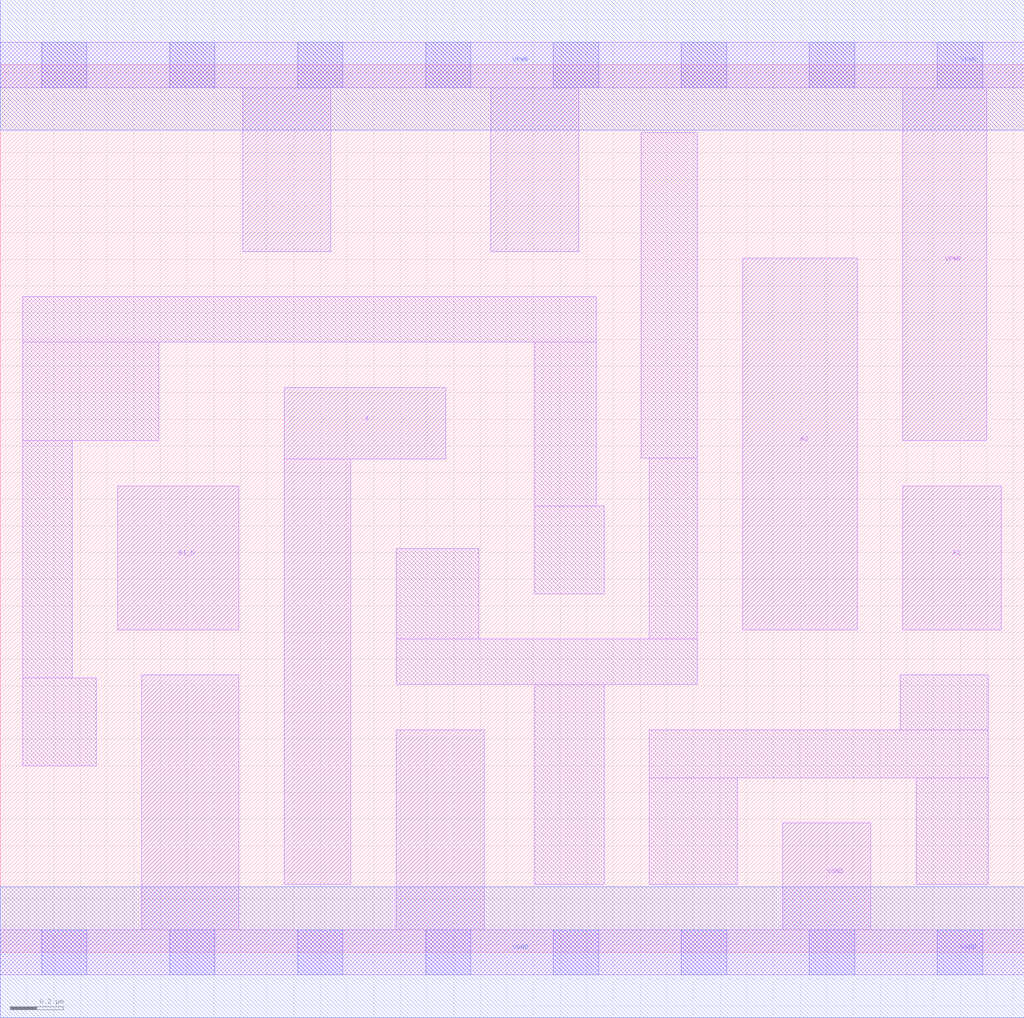
<source format=lef>
# Copyright 2020 The SkyWater PDK Authors
#
# Licensed under the Apache License, Version 2.0 (the "License");
# you may not use this file except in compliance with the License.
# You may obtain a copy of the License at
#
#     https://www.apache.org/licenses/LICENSE-2.0
#
# Unless required by applicable law or agreed to in writing, software
# distributed under the License is distributed on an "AS IS" BASIS,
# WITHOUT WARRANTIES OR CONDITIONS OF ANY KIND, either express or implied.
# See the License for the specific language governing permissions and
# limitations under the License.
#
# SPDX-License-Identifier: Apache-2.0

VERSION 5.7 ;
  NAMESCASESENSITIVE ON ;
  NOWIREEXTENSIONATPIN ON ;
  DIVIDERCHAR "/" ;
  BUSBITCHARS "[]" ;
UNITS
  DATABASE MICRONS 200 ;
END UNITS
MACRO sky130_fd_sc_lp__o21ba_2
  CLASS CORE ;
  SOURCE USER ;
  FOREIGN sky130_fd_sc_lp__o21ba_2 ;
  ORIGIN  0.000000  0.000000 ;
  SIZE  3.840000 BY  3.330000 ;
  SYMMETRY X Y R90 ;
  SITE unit ;
  PIN A1
    ANTENNAGATEAREA  0.315000 ;
    DIRECTION INPUT ;
    USE SIGNAL ;
    PORT
      LAYER li1 ;
        RECT 3.385000 1.210000 3.755000 1.750000 ;
    END
  END A1
  PIN A2
    ANTENNAGATEAREA  0.315000 ;
    DIRECTION INPUT ;
    USE SIGNAL ;
    PORT
      LAYER li1 ;
        RECT 2.785000 1.210000 3.215000 2.605000 ;
    END
  END A2
  PIN B1_N
    ANTENNAGATEAREA  0.126000 ;
    DIRECTION INPUT ;
    USE SIGNAL ;
    PORT
      LAYER li1 ;
        RECT 0.440000 1.210000 0.895000 1.750000 ;
    END
  END B1_N
  PIN X
    ANTENNADIFFAREA  0.588000 ;
    DIRECTION OUTPUT ;
    USE SIGNAL ;
    PORT
      LAYER li1 ;
        RECT 1.065000 0.255000 1.315000 1.850000 ;
        RECT 1.065000 1.850000 1.670000 2.120000 ;
    END
  END X
  PIN VGND
    DIRECTION INOUT ;
    USE GROUND ;
    PORT
      LAYER li1 ;
        RECT 0.000000 -0.085000 3.840000 0.085000 ;
        RECT 0.530000  0.085000 0.895000 1.040000 ;
        RECT 1.485000  0.085000 1.815000 0.835000 ;
        RECT 2.935000  0.085000 3.265000 0.485000 ;
      LAYER mcon ;
        RECT 0.155000 -0.085000 0.325000 0.085000 ;
        RECT 0.635000 -0.085000 0.805000 0.085000 ;
        RECT 1.115000 -0.085000 1.285000 0.085000 ;
        RECT 1.595000 -0.085000 1.765000 0.085000 ;
        RECT 2.075000 -0.085000 2.245000 0.085000 ;
        RECT 2.555000 -0.085000 2.725000 0.085000 ;
        RECT 3.035000 -0.085000 3.205000 0.085000 ;
        RECT 3.515000 -0.085000 3.685000 0.085000 ;
      LAYER met1 ;
        RECT 0.000000 -0.245000 3.840000 0.245000 ;
    END
  END VGND
  PIN VPWR
    DIRECTION INOUT ;
    USE POWER ;
    PORT
      LAYER li1 ;
        RECT 0.000000 3.245000 3.840000 3.415000 ;
        RECT 0.910000 2.630000 1.240000 3.245000 ;
        RECT 1.840000 2.630000 2.170000 3.245000 ;
        RECT 3.385000 1.920000 3.700000 3.245000 ;
      LAYER mcon ;
        RECT 0.155000 3.245000 0.325000 3.415000 ;
        RECT 0.635000 3.245000 0.805000 3.415000 ;
        RECT 1.115000 3.245000 1.285000 3.415000 ;
        RECT 1.595000 3.245000 1.765000 3.415000 ;
        RECT 2.075000 3.245000 2.245000 3.415000 ;
        RECT 2.555000 3.245000 2.725000 3.415000 ;
        RECT 3.035000 3.245000 3.205000 3.415000 ;
        RECT 3.515000 3.245000 3.685000 3.415000 ;
      LAYER met1 ;
        RECT 0.000000 3.085000 3.840000 3.575000 ;
    END
  END VPWR
  OBS
    LAYER li1 ;
      RECT 0.085000 0.700000 0.360000 1.030000 ;
      RECT 0.085000 1.030000 0.270000 1.920000 ;
      RECT 0.085000 1.920000 0.595000 2.290000 ;
      RECT 0.085000 2.290000 2.235000 2.460000 ;
      RECT 1.485000 1.005000 2.615000 1.175000 ;
      RECT 1.485000 1.175000 1.795000 1.515000 ;
      RECT 2.005000 0.255000 2.265000 1.005000 ;
      RECT 2.005000 1.345000 2.265000 1.675000 ;
      RECT 2.005000 1.675000 2.235000 2.290000 ;
      RECT 2.405000 1.855000 2.615000 3.075000 ;
      RECT 2.435000 0.255000 2.765000 0.655000 ;
      RECT 2.435000 0.655000 3.705000 0.835000 ;
      RECT 2.435000 1.175000 2.615000 1.855000 ;
      RECT 3.375000 0.835000 3.705000 1.040000 ;
      RECT 3.435000 0.255000 3.705000 0.655000 ;
  END
END sky130_fd_sc_lp__o21ba_2

</source>
